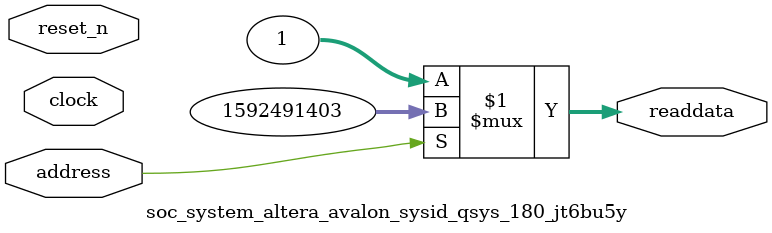
<source format=v>



// synthesis translate_off
`timescale 1ns / 1ps
// synthesis translate_on

// turn off superfluous verilog processor warnings 
// altera message_level Level1 
// altera message_off 10034 10035 10036 10037 10230 10240 10030 

module soc_system_altera_avalon_sysid_qsys_180_jt6bu5y (
               // inputs:
                address,
                clock,
                reset_n,

               // outputs:
                readdata
             )
;

  output  [ 31: 0] readdata;
  input            address;
  input            clock;
  input            reset_n;

  wire    [ 31: 0] readdata;
  //control_slave, which is an e_avalon_slave
  assign readdata = address ? 1592491403 : 1;

endmodule



</source>
